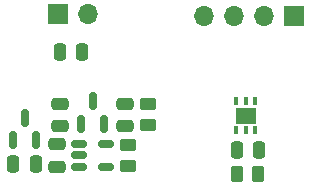
<source format=gbr>
%TF.GenerationSoftware,KiCad,Pcbnew,(6.0.0)*%
%TF.CreationDate,2022-03-17T14:09:45-06:00*%
%TF.ProjectId,sensor-board,73656e73-6f72-42d6-926f-6172642e6b69,rev?*%
%TF.SameCoordinates,Original*%
%TF.FileFunction,Soldermask,Bot*%
%TF.FilePolarity,Negative*%
%FSLAX46Y46*%
G04 Gerber Fmt 4.6, Leading zero omitted, Abs format (unit mm)*
G04 Created by KiCad (PCBNEW (6.0.0)) date 2022-03-17 14:09:45*
%MOMM*%
%LPD*%
G01*
G04 APERTURE LIST*
G04 Aperture macros list*
%AMRoundRect*
0 Rectangle with rounded corners*
0 $1 Rounding radius*
0 $2 $3 $4 $5 $6 $7 $8 $9 X,Y pos of 4 corners*
0 Add a 4 corners polygon primitive as box body*
4,1,4,$2,$3,$4,$5,$6,$7,$8,$9,$2,$3,0*
0 Add four circle primitives for the rounded corners*
1,1,$1+$1,$2,$3*
1,1,$1+$1,$4,$5*
1,1,$1+$1,$6,$7*
1,1,$1+$1,$8,$9*
0 Add four rect primitives between the rounded corners*
20,1,$1+$1,$2,$3,$4,$5,0*
20,1,$1+$1,$4,$5,$6,$7,0*
20,1,$1+$1,$6,$7,$8,$9,0*
20,1,$1+$1,$8,$9,$2,$3,0*%
G04 Aperture macros list end*
%ADD10R,1.700000X1.700000*%
%ADD11O,1.700000X1.700000*%
%ADD12RoundRect,0.250000X-0.262500X-0.450000X0.262500X-0.450000X0.262500X0.450000X-0.262500X0.450000X0*%
%ADD13RoundRect,0.250000X-0.250000X-0.475000X0.250000X-0.475000X0.250000X0.475000X-0.250000X0.475000X0*%
%ADD14RoundRect,0.150000X0.150000X-0.587500X0.150000X0.587500X-0.150000X0.587500X-0.150000X-0.587500X0*%
%ADD15RoundRect,0.250000X0.475000X-0.250000X0.475000X0.250000X-0.475000X0.250000X-0.475000X-0.250000X0*%
%ADD16RoundRect,0.250000X0.250000X0.475000X-0.250000X0.475000X-0.250000X-0.475000X0.250000X-0.475000X0*%
%ADD17RoundRect,0.250000X-0.475000X0.250000X-0.475000X-0.250000X0.475000X-0.250000X0.475000X0.250000X0*%
%ADD18R,0.450000X0.750000*%
%ADD19R,1.740000X1.350000*%
%ADD20RoundRect,0.250000X0.450000X-0.262500X0.450000X0.262500X-0.450000X0.262500X-0.450000X-0.262500X0*%
%ADD21RoundRect,0.250000X-0.450000X0.262500X-0.450000X-0.262500X0.450000X-0.262500X0.450000X0.262500X0*%
%ADD22RoundRect,0.150000X-0.512500X-0.150000X0.512500X-0.150000X0.512500X0.150000X-0.512500X0.150000X0*%
G04 APERTURE END LIST*
D10*
%TO.C,J2*%
X157525000Y-57950000D03*
D11*
X154985000Y-57950000D03*
X152445000Y-57950000D03*
X149905000Y-57950000D03*
%TD*%
D10*
%TO.C,J1*%
X137515000Y-57790000D03*
D11*
X140055000Y-57790000D03*
%TD*%
D12*
%TO.C,R4*%
X152677500Y-71325000D03*
X154502500Y-71325000D03*
%TD*%
D13*
%TO.C,C5*%
X133747000Y-70462500D03*
X135647000Y-70462500D03*
%TD*%
D14*
%TO.C,U3*%
X135647000Y-68460000D03*
X133747000Y-68460000D03*
X134697000Y-66585000D03*
%TD*%
D15*
%TO.C,C2*%
X137735000Y-67260000D03*
X137735000Y-65360000D03*
%TD*%
D16*
%TO.C,C4*%
X139575000Y-61000000D03*
X137675000Y-61000000D03*
%TD*%
D13*
%TO.C,C6*%
X152665000Y-69300000D03*
X154565000Y-69300000D03*
%TD*%
D14*
%TO.C,Q1*%
X141405000Y-67027500D03*
X139505000Y-67027500D03*
X140455000Y-65152500D03*
%TD*%
D17*
%TO.C,C1*%
X137425000Y-68770000D03*
X137425000Y-70670000D03*
%TD*%
D18*
%TO.C,U4*%
X152625000Y-65100000D03*
X153425000Y-65100000D03*
X154225000Y-65100000D03*
X154225000Y-67600000D03*
X153425000Y-67600000D03*
X152625000Y-67600000D03*
D19*
X153425000Y-66350000D03*
%TD*%
D17*
%TO.C,C3*%
X143190000Y-65337500D03*
X143190000Y-67237500D03*
%TD*%
D20*
%TO.C,R1*%
X143475000Y-70662500D03*
X143475000Y-68837500D03*
%TD*%
D21*
%TO.C,R3*%
X145140000Y-65362500D03*
X145140000Y-67187500D03*
%TD*%
D22*
%TO.C,U1*%
X139327500Y-70670000D03*
X139327500Y-69720000D03*
X139327500Y-68770000D03*
X141602500Y-68770000D03*
X141602500Y-70670000D03*
%TD*%
M02*

</source>
